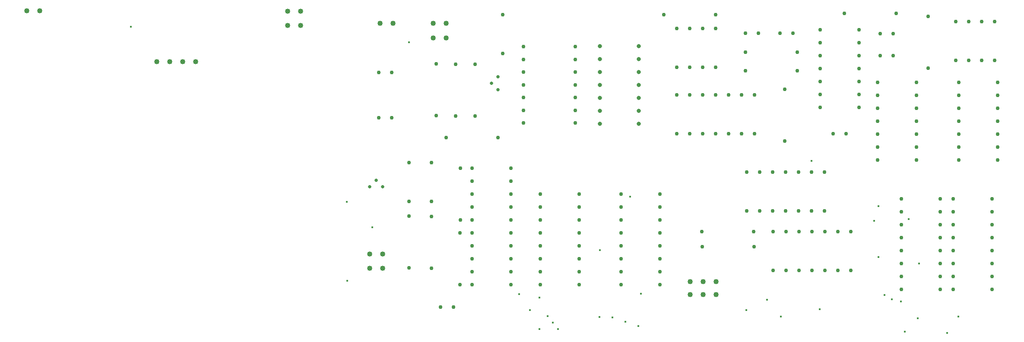
<source format=gbr>
G04 PROTEUS GERBER X2 FILE*
%TF.GenerationSoftware,Labcenter,Proteus,8.9-SP2-Build28501*%
%TF.CreationDate,2021-04-09T23:18:08+00:00*%
%TF.FileFunction,Plated,1,2,PTH*%
%TF.FilePolarity,Positive*%
%TF.Part,Single*%
%TF.SameCoordinates,{17eb0ee2-30aa-48b8-b423-7eda7b5b8fc9}*%
%FSLAX45Y45*%
%MOMM*%
G01*
%TA.AperFunction,ViaDrill*%
%ADD56C,0.381000*%
%TA.AperFunction,ComponentDrill*%
%ADD57C,0.762000*%
%TA.AperFunction,ComponentDrill*%
%ADD58C,0.812800*%
%TA.AperFunction,ComponentDrill*%
%ADD59C,1.016000*%
%TA.AperFunction,ComponentDrill*%
%ADD60C,0.635000*%
%TD.AperFunction*%
D56*
X-9779000Y+3937000D03*
X-11950000Y+2020000D03*
X-6223000Y+4635500D03*
X-14110000Y+6963000D03*
X-15320000Y+2286000D03*
X-19562000Y+7268000D03*
X-14830000Y+3330000D03*
X-15330000Y+3830000D03*
X-4645000Y+1917000D03*
X-4993000Y+3460000D03*
X-6063257Y+1723000D03*
X-10366000Y+2887000D03*
X-11744000Y+1706000D03*
X-4792000Y+2000000D03*
X-7499000Y+1706000D03*
X-11390000Y+1586000D03*
X-11291000Y+1462000D03*
X-11187000Y+1332000D03*
X-9619000Y+1397000D03*
X-9873000Y+1480000D03*
X-10127000Y+1567000D03*
X-10381000Y+1575000D03*
X-6825000Y+1580000D03*
X-7091000Y+1910000D03*
X-9565000Y+2029000D03*
X-11557000Y+1956000D03*
X-11557000Y+1337000D03*
X-4464000Y+1880000D03*
X-4111000Y+2622000D03*
X-4905000Y+2745000D03*
X-4907000Y+3748000D03*
X-4318000Y+3492500D03*
X-4141000Y+1543000D03*
X-4390000Y+1280000D03*
X-3340000Y+1580000D03*
X-3560000Y+1260000D03*
D57*
X-11540000Y+3988000D03*
X-11540000Y+3734000D03*
X-11540000Y+3480000D03*
X-11540000Y+3226000D03*
X-11540000Y+2972000D03*
X-11540000Y+2718000D03*
X-11540000Y+2464000D03*
X-11540000Y+2210000D03*
X-10778000Y+2210000D03*
X-10778000Y+2464000D03*
X-10778000Y+2718000D03*
X-10778000Y+2972000D03*
X-10778000Y+3226000D03*
X-10778000Y+3480000D03*
X-10778000Y+3734000D03*
X-10778000Y+3988000D03*
X-9952000Y+3988000D03*
X-9952000Y+3734000D03*
X-9952000Y+3480000D03*
X-9952000Y+3226000D03*
X-9952000Y+2972000D03*
X-9952000Y+2718000D03*
X-9952000Y+2464000D03*
X-9952000Y+2210000D03*
X-9190000Y+2210000D03*
X-9190000Y+2464000D03*
X-9190000Y+2718000D03*
X-9190000Y+2972000D03*
X-9190000Y+3226000D03*
X-9190000Y+3480000D03*
X-9190000Y+3734000D03*
X-9190000Y+3988000D03*
D58*
X-10366000Y+6892000D03*
X-10366000Y+6638000D03*
X-10366000Y+6384000D03*
X-10366000Y+6130000D03*
X-10366000Y+5876000D03*
X-10366000Y+5622000D03*
X-10366000Y+5368000D03*
X-9604000Y+5368000D03*
X-9604000Y+5622000D03*
X-9604000Y+5876000D03*
X-9604000Y+6130000D03*
X-9604000Y+6384000D03*
X-9604000Y+6638000D03*
X-9604000Y+6892000D03*
D57*
X-11866000Y+5380000D03*
X-10850000Y+5380000D03*
X-11866000Y+5630000D03*
X-10850000Y+5630000D03*
X-11866000Y+5880000D03*
X-10850000Y+5880000D03*
X-11866000Y+6130000D03*
X-10850000Y+6130000D03*
X-11866000Y+6380000D03*
X-10850000Y+6380000D03*
X-11866000Y+6630000D03*
X-10850000Y+6630000D03*
X-11866000Y+6880000D03*
X-10850000Y+6880000D03*
X-6050000Y+7210000D03*
X-6050000Y+6956000D03*
X-6050000Y+6702000D03*
X-6050000Y+6448000D03*
X-6050000Y+6194000D03*
X-6050000Y+5940000D03*
X-6050000Y+5686000D03*
X-5288000Y+5686000D03*
X-5288000Y+5940000D03*
X-5288000Y+6194000D03*
X-5288000Y+6448000D03*
X-5288000Y+6702000D03*
X-5288000Y+6956000D03*
X-5288000Y+7210000D03*
X-8860000Y+5168000D03*
X-8606000Y+5168000D03*
X-8352000Y+5168000D03*
X-8098000Y+5168000D03*
X-7844000Y+5168000D03*
X-7590000Y+5168000D03*
X-7336000Y+5168000D03*
X-7336000Y+5930000D03*
X-7590000Y+5930000D03*
X-7844000Y+5930000D03*
X-8098000Y+5930000D03*
X-8352000Y+5930000D03*
X-8606000Y+5930000D03*
X-8860000Y+5930000D03*
X-4462000Y+3888000D03*
X-4462000Y+3634000D03*
X-4462000Y+3380000D03*
X-4462000Y+3126000D03*
X-4462000Y+2872000D03*
X-4462000Y+2618000D03*
X-4462000Y+2364000D03*
X-4462000Y+2110000D03*
X-3700000Y+2110000D03*
X-3700000Y+2364000D03*
X-3700000Y+2618000D03*
X-3700000Y+2872000D03*
X-3700000Y+3126000D03*
X-3700000Y+3380000D03*
X-3700000Y+3634000D03*
X-3700000Y+3888000D03*
X-3441000Y+3891000D03*
X-3441000Y+3637000D03*
X-3441000Y+3383000D03*
X-3441000Y+3129000D03*
X-3441000Y+2875000D03*
X-3441000Y+2621000D03*
X-3441000Y+2367000D03*
X-3441000Y+2113000D03*
X-2679000Y+2113000D03*
X-2679000Y+2367000D03*
X-2679000Y+2621000D03*
X-2679000Y+2875000D03*
X-2679000Y+3129000D03*
X-2679000Y+3383000D03*
X-2679000Y+3637000D03*
X-2679000Y+3891000D03*
X-3329000Y+6182000D03*
X-3329000Y+5928000D03*
X-3329000Y+5674000D03*
X-3329000Y+5420000D03*
X-3329000Y+5166000D03*
X-3329000Y+4912000D03*
X-3329000Y+4658000D03*
X-2567000Y+4658000D03*
X-2567000Y+4912000D03*
X-2567000Y+5166000D03*
X-2567000Y+5420000D03*
X-2567000Y+5674000D03*
X-2567000Y+5928000D03*
X-2567000Y+6182000D03*
X-4922000Y+6182000D03*
X-4922000Y+5928000D03*
X-4922000Y+5674000D03*
X-4922000Y+5420000D03*
X-4922000Y+5166000D03*
X-4922000Y+4912000D03*
X-4922000Y+4658000D03*
X-4160000Y+4658000D03*
X-4160000Y+4912000D03*
X-4160000Y+5166000D03*
X-4160000Y+5420000D03*
X-4160000Y+5674000D03*
X-4160000Y+5928000D03*
X-4160000Y+6182000D03*
X-12872000Y+4492000D03*
X-12872000Y+4238000D03*
X-12872000Y+3984000D03*
X-12872000Y+3730000D03*
X-12872000Y+3476000D03*
X-12872000Y+3222000D03*
X-12872000Y+2968000D03*
X-12872000Y+2714000D03*
X-12872000Y+2460000D03*
X-12872000Y+2206000D03*
X-12110000Y+2206000D03*
X-12110000Y+2460000D03*
X-12110000Y+2714000D03*
X-12110000Y+2968000D03*
X-12110000Y+3222000D03*
X-12110000Y+3476000D03*
X-12110000Y+3730000D03*
X-12110000Y+3984000D03*
X-12110000Y+4238000D03*
X-12110000Y+4492000D03*
X-13112000Y+3224000D03*
X-13112000Y+2208000D03*
X-3396000Y+6610000D03*
X-3142000Y+6610000D03*
X-2888000Y+6610000D03*
X-2634000Y+6610000D03*
X-2634000Y+7372000D03*
X-2888000Y+7372000D03*
X-3142000Y+7372000D03*
X-3396000Y+7372000D03*
X-4874000Y+7131000D03*
X-4620000Y+7131000D03*
X-4874000Y+6700000D03*
X-4620000Y+6700000D03*
X-5574000Y+7534000D03*
X-4558000Y+7534000D03*
X-3936000Y+6454000D03*
X-3936000Y+7470000D03*
X-6742000Y+6044000D03*
X-6742000Y+5028000D03*
X-8360000Y+2950000D03*
X-7344000Y+2950000D03*
D59*
X-8598000Y+2016000D03*
X-8598000Y+2270000D03*
X-8344000Y+2016000D03*
X-8344000Y+2270000D03*
X-8090000Y+2016000D03*
X-8090000Y+2270000D03*
D57*
X-13494000Y+1770000D03*
X-13240000Y+1770000D03*
X-7514000Y+7140000D03*
X-7260000Y+7140000D03*
X-6840000Y+7140000D03*
X-6586000Y+7140000D03*
X-14704000Y+6370000D03*
X-14450000Y+6370000D03*
X-14704000Y+5480000D03*
X-14450000Y+5480000D03*
X-5794000Y+5170000D03*
X-5540000Y+5170000D03*
X-14110000Y+3840000D03*
X-14110000Y+4602000D03*
X-13670000Y+3838000D03*
X-13670000Y+4600000D03*
X-12270000Y+7510000D03*
X-12270000Y+6748000D03*
D60*
X-12370000Y+6286000D03*
X-12497000Y+6159000D03*
X-12370000Y+6032000D03*
X-14629000Y+4130000D03*
X-14756000Y+4257000D03*
X-14883000Y+4130000D03*
D57*
X-13200000Y+5520000D03*
X-13200000Y+6536000D03*
X-13386000Y+5090000D03*
X-12370000Y+5090000D03*
X-14110000Y+2534000D03*
X-14110000Y+3550000D03*
X-13580000Y+6540000D03*
X-13580000Y+5524000D03*
X-9116000Y+7510000D03*
X-8100000Y+7510000D03*
X-6500000Y+6770000D03*
X-7516000Y+6770000D03*
X-13100000Y+3474000D03*
X-13100000Y+4490000D03*
X-8370000Y+3250000D03*
X-7354000Y+3250000D03*
X-13670000Y+3546000D03*
X-13670000Y+2530000D03*
X-6500000Y+6410000D03*
X-7516000Y+6410000D03*
X-8862000Y+6478000D03*
X-8608000Y+6478000D03*
X-8354000Y+6478000D03*
X-8100000Y+6478000D03*
X-8100000Y+7240000D03*
X-8354000Y+7240000D03*
X-8608000Y+7240000D03*
X-8862000Y+7240000D03*
X-7490000Y+3658000D03*
X-7236000Y+3658000D03*
X-6982000Y+3658000D03*
X-6728000Y+3658000D03*
X-6474000Y+3658000D03*
X-6220000Y+3658000D03*
X-5966000Y+3658000D03*
X-5966000Y+4420000D03*
X-6220000Y+4420000D03*
X-6474000Y+4420000D03*
X-6728000Y+4420000D03*
X-6982000Y+4420000D03*
X-7236000Y+4420000D03*
X-7490000Y+4420000D03*
X-6974000Y+2488000D03*
X-6720000Y+2488000D03*
X-6466000Y+2488000D03*
X-6212000Y+2488000D03*
X-5958000Y+2488000D03*
X-5704000Y+2488000D03*
X-5450000Y+2488000D03*
X-5450000Y+3250000D03*
X-5704000Y+3250000D03*
X-5958000Y+3250000D03*
X-6212000Y+3250000D03*
X-6466000Y+3250000D03*
X-6720000Y+3250000D03*
X-6974000Y+3250000D03*
D59*
X-21346000Y+7585000D03*
X-21600000Y+7585000D03*
X-14630000Y+2530000D03*
X-14884000Y+2530000D03*
X-14630000Y+2810000D03*
X-14884000Y+2810000D03*
X-14682000Y+7340000D03*
X-14428000Y+7340000D03*
X-16489000Y+7575000D03*
X-16235000Y+7575000D03*
X-16489000Y+7295000D03*
X-16235000Y+7295000D03*
X-13636000Y+7340000D03*
X-13382000Y+7340000D03*
X-13636000Y+7050000D03*
X-13382000Y+7050000D03*
X-18801000Y+6584000D03*
X-19055000Y+6584000D03*
X-18291000Y+6584000D03*
X-18545000Y+6584000D03*
D57*
X-12817000Y+6536000D03*
X-12817000Y+5520000D03*
M02*

</source>
